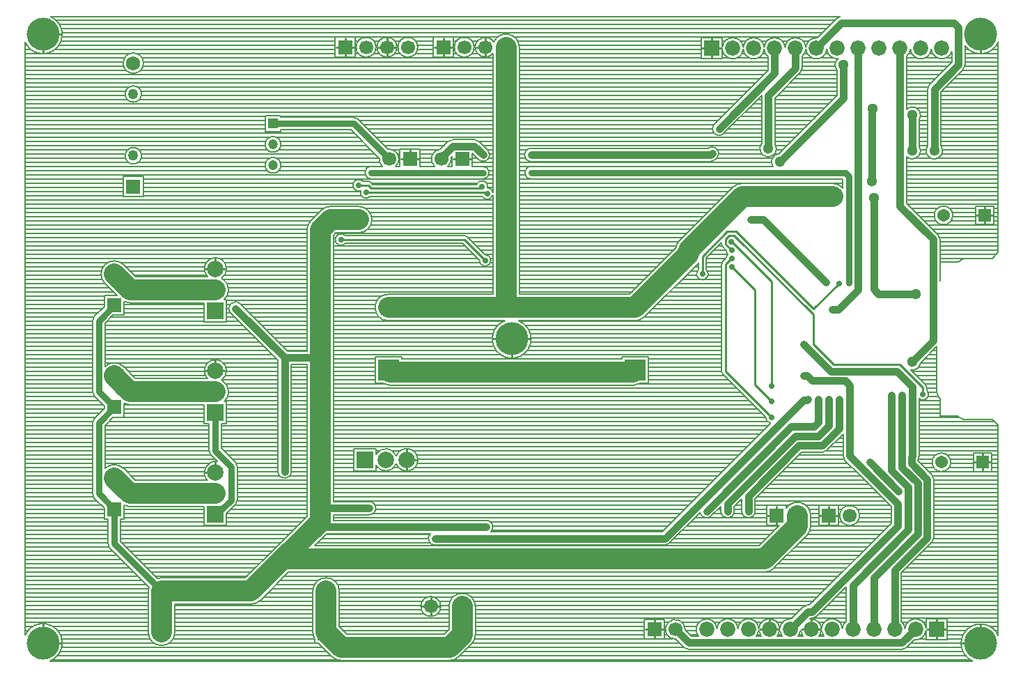
<source format=gbl>
G04*
G04 #@! TF.GenerationSoftware,Altium Limited,Altium Designer,22.7.1 (60)*
G04*
G04 Layer_Physical_Order=2*
G04 Layer_Color=16711680*
%FSLAX44Y44*%
%MOMM*%
G71*
G04*
G04 #@! TF.SameCoordinates,C135ED8F-C31E-46FA-BF74-57CE0E3476C4*
G04*
G04*
G04 #@! TF.FilePolarity,Positive*
G04*
G01*
G75*
%ADD63R,2.5000X2.5000*%
%ADD64C,2.5000*%
%ADD65C,1.5406*%
%ADD66R,1.5406X1.5406*%
%ADD67C,1.2000*%
%ADD68R,1.2000X1.2000*%
%ADD69R,1.7500X1.7500*%
%ADD70C,1.7500*%
%ADD71C,1.8400*%
%ADD72R,1.8400X1.8400*%
%ADD76R,2.0000X2.0000*%
%ADD77C,2.0000*%
%ADD78R,2.0000X2.0000*%
%ADD84C,0.2032*%
%ADD85C,0.2540*%
%ADD86C,0.9000*%
%ADD87C,2.5000*%
%ADD88C,0.8000*%
%ADD89C,1.7000*%
%ADD90R,1.7000X1.7000*%
%ADD91R,1.7000X1.7000*%
%ADD92C,4.0000*%
%ADD93C,1.3000*%
%ADD94C,0.7000*%
%ADD95C,1.2700*%
D63*
X450000Y361900D02*
D03*
X750000D02*
D03*
D64*
X450000Y438100D02*
D03*
X750000D02*
D03*
D65*
X1124981Y550000D02*
D03*
X1122441Y250000D02*
D03*
D66*
X1175019Y550000D02*
D03*
X1172479Y250000D02*
D03*
D67*
X309830Y610870D02*
D03*
Y636270D02*
D03*
D68*
Y661670D02*
D03*
D69*
X140000Y585000D02*
D03*
D70*
Y735000D02*
D03*
D71*
X1122830Y753110D02*
D03*
X1097430D02*
D03*
X1072030D02*
D03*
X1046630D02*
D03*
X1021230D02*
D03*
X995830D02*
D03*
X970430D02*
D03*
X945030D02*
D03*
X919630D02*
D03*
X894230D02*
D03*
X868830D02*
D03*
X938530Y46990D02*
D03*
X836930D02*
D03*
X862330D02*
D03*
X887730D02*
D03*
X989330D02*
D03*
X1014730D02*
D03*
X1040130D02*
D03*
X1065530D02*
D03*
X1090930D02*
D03*
X963930D02*
D03*
X913130D02*
D03*
D72*
X843430Y753110D02*
D03*
X1116330Y46990D02*
D03*
D76*
X239780Y434340D02*
D03*
Y310515D02*
D03*
Y186690D02*
D03*
X374320Y43580D02*
D03*
D77*
X239780Y459740D02*
D03*
Y485140D02*
D03*
Y335915D02*
D03*
Y361315D02*
D03*
Y212090D02*
D03*
Y237490D02*
D03*
X447040Y252980D02*
D03*
X472440D02*
D03*
X174320Y93580D02*
D03*
Y43580D02*
D03*
X374320Y93580D02*
D03*
X990600Y572770D02*
D03*
X414020Y544830D02*
D03*
D78*
X421640Y252980D02*
D03*
D84*
X1151056Y756000D02*
G03*
X1191594Y760588I18944J14000D01*
G01*
X1110130Y751916D02*
G03*
X1134944Y749114I12700J1194D01*
G01*
X1084730Y751916D02*
G03*
X1110130Y751916I12700J1194D01*
G01*
X1148697Y727094D02*
G03*
X1151056Y732790I-5696J5696D01*
G01*
X1148697Y727094D02*
G03*
X1151056Y732790I-5696J5696D01*
G01*
X1108093Y709277D02*
G03*
X1105734Y703580I5696J-5696D01*
G01*
X1108093Y709277D02*
G03*
X1105734Y703580I5696J-5696D01*
G01*
X1095176Y665811D02*
G03*
X1097176Y671830I-8056J6019D01*
G01*
X999117Y791444D02*
G03*
X995213Y789286I1793J-7854D01*
G01*
X999117Y791444D02*
G03*
X995213Y789286I1793J-7854D01*
G01*
X1080086Y743220D02*
G03*
X1084730Y751916I-8056J9890D01*
G01*
X983130D02*
G03*
X996708Y740384I12700J1194D01*
G01*
Y740384D02*
G03*
X995244Y726771I6592J-7594D01*
G01*
X971727Y765800D02*
G03*
X957730Y754304I-1297J-12690D01*
G01*
D02*
G03*
X932330Y754304I-12700J-1194D01*
G01*
D02*
G03*
X906930Y754304I-12700J-1194D01*
G01*
X957730Y751916D02*
G03*
X983130Y751916I12700J1194D01*
G01*
X952936Y743100D02*
G03*
X957730Y751916I-7906J10010D01*
G01*
X1097176Y671830D02*
G03*
X1080086Y679016I-10056J0D01*
G01*
X950576Y723283D02*
G03*
X952936Y728980I-5696J5696D01*
G01*
X950576Y723283D02*
G03*
X952936Y728980I-5696J5696D01*
G01*
X1123846Y628650D02*
G03*
X1121846Y634669I-10056J0D01*
G01*
X1105734D02*
G03*
X1123846Y628650I8056J-6019D01*
G01*
X1150400Y497556D02*
G03*
X1145057Y495343I0J-7556D01*
G01*
X1136240Y550000D02*
G03*
X1136240Y550000I-11259J0D01*
G01*
X1120576Y520936D02*
G03*
X1118216Y526632I-8056J0D01*
G01*
X1120576Y520936D02*
G03*
X1118216Y526632I-8056J0D01*
G01*
X1150400Y497556D02*
G03*
X1145051Y495337I0J-7556D01*
G01*
X1097176Y628650D02*
G03*
X1095176Y634669I-10056J0D01*
G01*
X1080086Y621464D02*
G03*
X1097176Y628650I7034J7186D01*
G01*
X921916Y631190D02*
G03*
X919916Y637209I-10056J0D01*
G01*
X903804D02*
G03*
X921916Y631190I8056J-6019D01*
G01*
X924389Y624972D02*
G03*
X917401Y609536I1441J-9952D01*
G01*
X1002634Y583399D02*
G03*
X990600Y588826I-12034J-10629D01*
G01*
X881530Y751916D02*
G03*
X906930Y751916I12700J1194D01*
G01*
Y754304D02*
G03*
X881530Y754304I-12700J-1194D01*
G01*
X856186Y751423D02*
G03*
X881530Y751916I12644J1687D01*
G01*
X906930D02*
G03*
X911574Y743220I12700J1194D01*
G01*
X881530Y754304D02*
G03*
X856186Y754797I-12700J-1194D01*
G01*
X846473Y661016D02*
G03*
X857867Y649623I5696J-5696D01*
G01*
X851716Y625220D02*
G03*
X838775Y631626I-8056J0D01*
G01*
X623570D02*
G03*
X623570Y615514I0J-8056D01*
G01*
X849357Y619524D02*
G03*
X851716Y625220I-5696J5696D01*
G01*
X842010Y615514D02*
G03*
X847707Y617873I0J8056D01*
G01*
X842010Y615514D02*
G03*
X847707Y617873I0J8056D01*
G01*
X609146Y754380D02*
G03*
X578176Y760328I-16056J0D01*
G01*
D02*
G03*
X577034Y746762I-10487J-5948D01*
G01*
X560386Y639726D02*
G03*
X554690Y642086I-5696J-5696D01*
G01*
X560386Y639726D02*
G03*
X554690Y642086I-5696J-5696D01*
G01*
X573206Y623570D02*
G03*
X570846Y629267I-8056J0D01*
G01*
X559454Y617873D02*
G03*
X573206Y623570I5696J5696D01*
G01*
X880110Y588826D02*
G03*
X868757Y584123I0J-16056D01*
G01*
X880110Y588826D02*
G03*
X868757Y584123I0J-16056D01*
G01*
X860354Y508053D02*
G03*
X862512Y502921I7056J-53D01*
G01*
X855185Y515221D02*
G03*
X856606Y511801I4826J0D01*
G01*
X862512Y502921D02*
G03*
X860443Y497876I4987J-4992D01*
G01*
X856687Y494120D02*
G03*
X855274Y490708I3413J-3413D01*
G01*
X856695Y494128D02*
G03*
X855274Y490708I3405J-3420D01*
G01*
X855185Y515221D02*
G03*
X856599Y511809I4826J0D01*
G01*
X803987Y519353D02*
G03*
X799442Y510249I11353J-11353D01*
G01*
X623570Y609536D02*
G03*
X623570Y594424I0J-7556D01*
G01*
X803987Y519353D02*
G03*
X799442Y510249I11353J-11353D01*
G01*
X838906Y478790D02*
G03*
X836676Y483937I-7056J0D01*
G01*
X827024D02*
G03*
X838906Y478790I4826J-5148D01*
G01*
X750000Y422044D02*
G03*
X761353Y426747I0J16056D01*
G01*
X750000Y422044D02*
G03*
X761353Y426747I0J16056D01*
G01*
X750000Y422044D02*
G03*
X761353Y426747I0J16056D01*
G01*
X564136Y573024D02*
G03*
X577034Y574711I6094J3556D01*
G01*
X572706Y601980D02*
G03*
X565150Y609536I-7556J0D01*
G01*
Y594424D02*
G03*
X572706Y601980I0J7556D01*
G01*
X577034Y578449D02*
G03*
X570765Y583616I-6804J-1869D01*
G01*
X570936Y585160D02*
G03*
X557319Y587756I-7056J0D01*
G01*
X570765Y583616D02*
G03*
X570936Y585160I-6885J1544D01*
G01*
X574746Y495300D02*
G03*
X567463Y502352I-7056J0D01*
G01*
X560638Y495527D02*
G03*
X574746Y495300I7052J-227D01*
G01*
X1143881Y304663D02*
G03*
X1149230Y302444I5349J5337D01*
G01*
X1143887Y304657D02*
G03*
X1149230Y302444I5343J5343D01*
G01*
X1104646Y340682D02*
G03*
X1103225Y344102I-4826J0D01*
G01*
X1104646Y340682D02*
G03*
X1103232Y344095I-4826J0D01*
G01*
X1116944Y334730D02*
G03*
X1119157Y329387I7556J0D01*
G01*
X1116944Y334730D02*
G03*
X1119163Y329381I7556J0D01*
G01*
X1106876Y332740D02*
G03*
X1104646Y337887I-7056J0D01*
G01*
X1133700Y250000D02*
G03*
X1133700Y250000I-11259J0D01*
G01*
X1113066Y229570D02*
G03*
X1110706Y235266I-8056J0D01*
G01*
X1113066Y229570D02*
G03*
X1110706Y235266I-8056J0D01*
G01*
X1085060Y362267D02*
G03*
X1097072Y370669I2060J9843D01*
G01*
X1095176Y327428D02*
G03*
X1106876Y332740I4644J5312D01*
G01*
X1094016Y253071D02*
G03*
X1095176Y257236I-6896J4165D01*
G01*
X1094016Y253071D02*
G03*
X1095176Y257236I-6896J4165D01*
G01*
X1002864Y258000D02*
G03*
X1005223Y252304I8056J0D01*
G01*
X1002864Y258000D02*
G03*
X1005223Y252304I8056J0D01*
G01*
X1021729Y235798D02*
G03*
X1022464Y234953I6431J4852D01*
G01*
X1021729Y235798D02*
G03*
X1022464Y234953I6431J4852D01*
G01*
X1110706Y152705D02*
G03*
X1113066Y158402I-5696J5696D01*
G01*
X1110706Y152705D02*
G03*
X1113066Y158402I-5696J5696D01*
G01*
X1191594Y39412D02*
G03*
X1160251Y8556I-21594J-9412D01*
G01*
X1103574Y48677D02*
G03*
X1078230Y48184I-12644J-1687D01*
G01*
X1089633Y34300D02*
G03*
X1103574Y45303I1297J12690D01*
G01*
X1074690Y22694D02*
G03*
X1080387Y25054I0J8056D01*
G01*
X1022976Y185420D02*
G03*
X1022976Y185420I-12056J0D01*
G01*
X1078230Y48184D02*
G03*
X1073586Y56880I-12700J-1194D01*
G01*
X1074690Y22694D02*
G03*
X1080387Y25054I0J8056D01*
G01*
X1006674Y56880D02*
G03*
X1002030Y48184I8056J-9890D01*
G01*
X977600Y262234D02*
G03*
X983297Y264594I0J8056D01*
G01*
X977600Y262234D02*
G03*
X983297Y264594I0J8056D01*
G01*
X908618Y305027D02*
G03*
X915030Y297773I7052J-227D01*
G01*
X958773Y161197D02*
G03*
X963476Y172550I-11353J11353D01*
G01*
Y185420D02*
G03*
X934076Y194349I-16056J0D01*
G01*
X879674Y190500D02*
G03*
X895786Y190500I8056J0D01*
G01*
X958773Y161197D02*
G03*
X963476Y172550I-11353J11353D01*
G01*
X855274Y360370D02*
G03*
X856695Y356950I4826J0D01*
G01*
X855274Y360370D02*
G03*
X856687Y356958I4826J0D01*
G01*
X623556Y400000D02*
G03*
X608304Y422044I-23556J0D01*
G01*
X591696D02*
G03*
X623556Y400000I8304J-22044D01*
G01*
X854274Y190500D02*
G03*
X870386Y190500I8056J0D01*
G01*
X829019Y188976D02*
G03*
X842626Y184804I7911J1523D01*
G01*
X747710Y343554D02*
G03*
X755974Y345844I0J16056D01*
G01*
X747710Y343554D02*
G03*
X755974Y345844I0J16056D01*
G01*
X577016Y171450D02*
G03*
X568960Y179506I-8056J0D01*
G01*
X574430Y165536D02*
G03*
X577016Y171450I-5470J5914D01*
G01*
X960120Y76636D02*
G03*
X954424Y74276I0J-8056D01*
G01*
X965200Y60524D02*
G03*
X970897Y62884I0J8056D01*
G01*
X965200Y60524D02*
G03*
X970897Y62884I0J8056D01*
G01*
X960120Y76636D02*
G03*
X954424Y74276I0J-8056D01*
G01*
X976630Y48184D02*
G03*
X962610Y59678I-12700J-1194D01*
G01*
X907585Y116659D02*
G03*
X918938Y121362I0J16056D01*
G01*
X907585Y116659D02*
G03*
X918938Y121362I0J16056D01*
G01*
X900430Y48184D02*
G03*
X875030Y48184I-12700J-1194D01*
G01*
D02*
G03*
X849630Y48184I-12700J-1194D01*
G01*
X1002030D02*
G03*
X976630Y48184I-12700J-1194D01*
G01*
X948315Y38806D02*
G03*
X951230Y45796I-9785J8184D01*
G01*
X939827Y59680D02*
G03*
X925830Y48184I-1297J-12690D01*
G01*
X951230Y45796D02*
G03*
X954145Y38806I12700J1194D01*
G01*
X976630Y45796D02*
G03*
X979545Y38806I12700J1194D01*
G01*
X973715D02*
G03*
X976630Y45796I-9785J8184D01*
G01*
X925830Y48184D02*
G03*
X900430Y48184I-12700J-1194D01*
G01*
X897515Y38806D02*
G03*
X900430Y45796I-9785J8184D01*
G01*
D02*
G03*
X903345Y38806I12700J1194D01*
G01*
X925830Y45796D02*
G03*
X928745Y38806I12700J1194D01*
G01*
X922915D02*
G03*
X925830Y45796I-9785J8184D01*
G01*
X786130Y149424D02*
G03*
X791826Y151784I0J8056D01*
G01*
X786130Y149424D02*
G03*
X791826Y151784I0J8056D01*
G01*
X555806Y74830D02*
G03*
X551806Y85434I-16056J0D01*
G01*
D02*
G03*
X550354Y86886I-12056J-10604D01*
G01*
X849630Y48184D02*
G03*
X827145Y38806I-12700J-1194D01*
G01*
X810886Y46990D02*
G03*
X799476Y34951I-12056J0D01*
G01*
X809373Y25054D02*
G03*
X815070Y22694I5696J5696D01*
G01*
X809373Y25054D02*
G03*
X815070Y22694I5696J5696D01*
G01*
X551103Y29287D02*
G03*
X555806Y40640I-11353J11353D01*
G01*
X551103Y29287D02*
G03*
X555806Y40640I-11353J11353D01*
G01*
X554346Y754380D02*
G03*
X554346Y754380I-12056J0D01*
G01*
X485766D02*
G03*
X485766Y754380I-12056J0D01*
G01*
X460366D02*
G03*
X460366Y754380I-12056J0D01*
G01*
X528334Y642086D02*
G03*
X522637Y639726I0J-8056D01*
G01*
X528334Y642086D02*
G03*
X522637Y639726I0J-8056D01*
G01*
X526406Y618490D02*
G03*
X526231Y620535I-12056J0D01*
G01*
X513421Y630510D02*
G03*
X506277Y609536I929J-12020D01*
G01*
X462906Y618490D02*
G03*
X449550Y630476I-12056J0D01*
G01*
X438864Y619790D02*
G03*
X442777Y609536I11986J-1300D01*
G01*
X434966Y754380D02*
G03*
X434966Y754380I-12056J0D01*
G01*
X413019Y667007D02*
G03*
X407670Y669226I-5349J-5337D01*
G01*
X413013Y667013D02*
G03*
X407670Y669226I-5343J-5343D01*
G01*
X522423Y609536D02*
G03*
X526406Y618490I-8073J8954D01*
G01*
X458923Y609536D02*
G03*
X462906Y618490I-8073J8954D01*
G01*
X429260Y609536D02*
G03*
X429260Y594424I0J-7556D01*
G01*
X428862Y590153D02*
G03*
X425450Y591566I-3413J-3413D01*
G01*
X428870Y590145D02*
G03*
X425450Y591566I-3420J-3405D01*
G01*
X545710Y524105D02*
G03*
X542290Y525526I-3420J-3405D01*
G01*
X545703Y524113D02*
G03*
X542290Y525526I-3413J-3413D01*
G01*
X430076Y544830D02*
G03*
X414020Y560886I-16056J0D01*
G01*
X416199Y580029D02*
G03*
X428058Y573024I6711J-2179D01*
G01*
X414020Y528774D02*
G03*
X430076Y544830I0J16056D01*
G01*
X450000Y454156D02*
G03*
X450000Y422044I0J-16056D01*
G01*
Y454156D02*
G03*
X450000Y422044I0J-16056D01*
G01*
X419168Y591566D02*
G03*
X416199Y580029I-5148J-4826D01*
G01*
X379730Y560886D02*
G03*
X368377Y556183I0J-16056D01*
G01*
X379730Y560886D02*
G03*
X368377Y556183I0J-16056D01*
G01*
X319386Y610870D02*
G03*
X319386Y610870I-9556J0D01*
G01*
Y636270D02*
G03*
X319386Y636270I-9556J0D01*
G01*
X355677Y543483D02*
G03*
X350974Y532130I11353J-11353D01*
G01*
X152306Y735000D02*
G03*
X152306Y735000I-12306J0D01*
G01*
X149906Y697500D02*
G03*
X149906Y697500I-9906J0D01*
G01*
Y622500D02*
G03*
X149906Y622500I-9906J0D01*
G01*
X397578Y525526D02*
G03*
X397578Y515874I-5148J-4826D01*
G01*
X355677Y543483D02*
G03*
X350974Y532130I11353J-11353D01*
G01*
X247354Y473897D02*
G03*
X253336Y485140I-7574J11243D01*
G01*
D02*
G03*
X229959Y475796I-13556J0D01*
G01*
X128193Y490143D02*
G03*
X105487Y467437I-11353J-11353D01*
G01*
X142706Y475796D02*
G03*
X141453Y476884I-11137J-11566D01*
G01*
X142706Y475796D02*
G03*
X141453Y476884I-11137J-11566D01*
G01*
X53556Y770000D02*
G03*
X39749Y791444I-23556J0D01*
G01*
X8556Y760251D02*
G03*
X53556Y770000I21444J9749D01*
G01*
X269856Y442576D02*
G03*
X258463Y431184I-5696J-5696D01*
G01*
X255836Y459740D02*
G03*
X247354Y473897I-16056J0D01*
G01*
X250620Y447896D02*
G03*
X255836Y459740I-10840J11844D01*
G01*
X128896Y445371D02*
G03*
X136060Y443684I7164J14369D01*
G01*
X128896Y445371D02*
G03*
X136060Y443684I7164J14369D01*
G01*
X92463Y426999D02*
G03*
X90244Y421650I5337J-5349D01*
G01*
X92457Y426993D02*
G03*
X90244Y421650I5343J-5343D01*
G01*
X128193Y366318D02*
G03*
X105356Y366186I-11353J-11353D01*
G01*
X444026Y345844D02*
G03*
X452290Y343554I8264J13766D01*
G01*
X444026Y345844D02*
G03*
X452290Y343554I8264J13766D01*
G01*
X459740Y257721D02*
G03*
X435196Y259574I-12700J-4741D01*
G01*
X485996Y252980D02*
G03*
X459740Y257721I-13556J0D01*
G01*
Y248239D02*
G03*
X485996Y252980I12700J4741D01*
G01*
X435196Y246386D02*
G03*
X459740Y248239I11844J6594D01*
G01*
X434776Y194310D02*
G03*
X426720Y202366I-8056J0D01*
G01*
X315794Y238760D02*
G03*
X331906Y238760I8056J0D01*
G01*
X550354Y86886D02*
G03*
X529146Y86886I-10604J-12056D01*
G01*
D02*
G03*
X527694Y85434I10604J-12056D01*
G01*
X501260Y163394D02*
G03*
X506730Y149424I5470J-5914D01*
G01*
X426720Y186254D02*
G03*
X434776Y194310I0J8056D01*
G01*
X527694Y85434D02*
G03*
X523694Y74830I12056J-10604D01*
G01*
X524510Y9344D02*
G03*
X535863Y14047I0J16056D01*
G01*
X524510Y9344D02*
G03*
X535863Y14047I0J16056D01*
G01*
X513706Y74830D02*
G03*
X513706Y74830I-12056J0D01*
G01*
X390376Y93580D02*
G03*
X358264Y93580I-16056J0D01*
G01*
Y43580D02*
G03*
X360764Y34976I16056J0D01*
G01*
X358264Y43580D02*
G03*
X360764Y34976I16056J0D01*
G01*
X381147Y14047D02*
G03*
X392500Y9344I11353J11353D01*
G01*
X381147Y14047D02*
G03*
X392500Y9344I11353J11353D01*
G01*
X250620Y324071D02*
G03*
X255836Y335915I-10840J11844D01*
G01*
X247354Y350072D02*
G03*
X253336Y361315I-7574J11243D01*
G01*
D02*
G03*
X229959Y351971I-13556J0D01*
G01*
X255836Y335915D02*
G03*
X247354Y350072I-16056J0D01*
G01*
X142706Y351971D02*
G03*
X141453Y353059I-11137J-11566D01*
G01*
X142706Y351971D02*
G03*
X141453Y353059I-11137J-11566D01*
G01*
X128896Y321546D02*
G03*
X136060Y319859I7164J14369D01*
G01*
X128896Y321546D02*
G03*
X136060Y319859I7164J14369D01*
G01*
X232224Y263879D02*
G03*
X234437Y258536I7556J0D01*
G01*
X232224Y263879D02*
G03*
X234443Y258531I7556J0D01*
G01*
X266376Y244839D02*
G03*
X264163Y250182I-7556J0D01*
G01*
X266376Y244839D02*
G03*
X264157Y250188I-7556J0D01*
G01*
X242133Y250840D02*
G03*
X229959Y228146I-2353J-13350D01*
G01*
X90244Y335905D02*
G03*
X92457Y330562I7556J0D01*
G01*
X90244Y335905D02*
G03*
X92463Y330556I7556J0D01*
G01*
Y303174D02*
G03*
X90244Y297825I5337J-5349D01*
G01*
X92457Y303168D02*
G03*
X90244Y297825I5343J-5343D01*
G01*
X128193Y242493D02*
G03*
X105356Y242361I-11353J-11353D01*
G01*
X264157Y198855D02*
G03*
X266376Y204203I-5337J5349D01*
G01*
X264163Y198860D02*
G03*
X266376Y204203I-5343J5343D01*
G01*
X142706Y228146D02*
G03*
X141453Y229234I-11137J-11566D01*
G01*
X142706Y228146D02*
G03*
X141453Y229234I-11137J-11566D01*
G01*
X128896Y197721D02*
G03*
X136060Y196034I7164J14369D01*
G01*
X128896Y197721D02*
G03*
X136060Y196034I7164J14369D01*
G01*
X282810Y77524D02*
G03*
X294163Y82227I0J16056D01*
G01*
X282810Y77524D02*
G03*
X294163Y82227I0J16056D01*
G01*
X174320Y109636D02*
G03*
X169645Y108940I0J-16056D01*
G01*
X109284Y151060D02*
G03*
X111497Y145717I7556J0D01*
G01*
X109284Y151060D02*
G03*
X111503Y145711I7556J0D01*
G01*
X174320Y109636D02*
G03*
X169645Y108940I0J-16056D01*
G01*
X158264Y43580D02*
G03*
X190376Y43580I16056J0D01*
G01*
X158960Y98255D02*
G03*
X158264Y93580I15360J-4675D01*
G01*
X158960Y98255D02*
G03*
X158264Y93580I15360J-4675D01*
G01*
X90244Y212080D02*
G03*
X92463Y206731I7556J0D01*
G01*
X90244Y212080D02*
G03*
X92457Y206737I7556J0D01*
G01*
X38615Y8556D02*
G03*
X53556Y30480I-8615J21924D01*
G01*
D02*
G03*
X8556Y40229I-23556J0D01*
G01*
X1185004Y751840D02*
X1191594D01*
X1189591Y756920D02*
X1191594D01*
X1173846Y746760D02*
X1191594D01*
X1151056D02*
X1166155D01*
X1151056Y751840D02*
X1154997D01*
X1151056Y736600D02*
X1191594D01*
X1151056Y741680D02*
X1191594D01*
X1150955Y731520D02*
X1191594D01*
X1142963Y721360D02*
X1191594D01*
X1148043Y726440D02*
X1191594D01*
X1137883Y716280D02*
X1191594D01*
X1133893Y746760D02*
X1134944D01*
X1151056Y732790D02*
Y756000D01*
X1134944Y736127D02*
Y749114D01*
X1108493Y746760D02*
X1111767D01*
X1083093D02*
X1086367D01*
X1128493Y741680D02*
X1134944D01*
X1080086Y726440D02*
X1125257D01*
X1103093Y741680D02*
X1117167D01*
X1080086Y721360D02*
X1120177D01*
X1127723Y706120D02*
X1191594D01*
X1132803Y711200D02*
X1191594D01*
Y505050D02*
Y760588D01*
X1122643Y701040D02*
X1191594D01*
X1121846Y700243D02*
X1148697Y727094D01*
X1108093Y709277D02*
X1134944Y736127D01*
X1121846Y695960D02*
X1191594D01*
X1121846Y670560D02*
X1191594D01*
X1121846Y675640D02*
X1191594D01*
X1121846Y665480D02*
X1191594D01*
X1121846Y685800D02*
X1191594D01*
X1121846Y690880D02*
X1191594D01*
X1121846Y680720D02*
X1191594D01*
X1105734Y634669D02*
Y703580D01*
X1080086Y716280D02*
X1115097D01*
X1080086Y711200D02*
X1110017D01*
X1080086Y706120D02*
X1106145D01*
X1097095Y670560D02*
X1105734D01*
X1096426Y675640D02*
X1105734D01*
X1121846Y634669D02*
Y700243D01*
X1091820Y680720D02*
X1105734D01*
X1095176Y634669D02*
Y665811D01*
X971727Y765800D02*
X995213Y789286D01*
X981493Y746760D02*
X984767D01*
X976093Y741680D02*
X990167D01*
X1080086Y736600D02*
X1134944D01*
X1080086Y741680D02*
X1091767D01*
X1080086Y731520D02*
X1130337D01*
X952936Y736600D02*
X993994D01*
X952936Y731520D02*
X993325D01*
X954178Y762000D02*
X961282D01*
X931804Y756920D02*
X932856D01*
X602914Y767080D02*
X973007D01*
X928778Y762000D02*
X935882D01*
X956093Y746760D02*
X959367D01*
X957204Y756920D02*
X958256D01*
X952936Y741680D02*
X964767D01*
X952936Y728980D02*
Y743100D01*
X1080086Y701040D02*
X1105734D01*
X938493Y711200D02*
X995244D01*
X1080086Y679016D02*
Y743220D01*
X995244Y695827D02*
Y726771D01*
X928333Y701040D02*
X995244D01*
X933413Y706120D02*
X995244D01*
X923253Y695960D02*
X995244D01*
X1080086Y685800D02*
X1105734D01*
X1080086Y680720D02*
X1082420D01*
X1080086Y690880D02*
X1105734D01*
X1080086Y695960D02*
X1105734D01*
X924389Y624972D02*
X995244Y695827D01*
X952525Y726440D02*
X995244D01*
X943573Y716280D02*
X995244D01*
X948653Y721360D02*
X995244D01*
X919916Y692623D02*
X950576Y723283D01*
X919916Y680720D02*
X980137D01*
X919916Y675640D02*
X975057D01*
X919916Y670560D02*
X969977D01*
X919916Y690880D02*
X990297D01*
X919916Y685800D02*
X985217D01*
X919916Y637209D02*
Y692623D01*
X1121846Y640080D02*
X1191594D01*
X1121846Y645160D02*
X1191594D01*
X1123765Y629920D02*
X1191594D01*
X1121846Y635000D02*
X1191594D01*
X1121846Y655320D02*
X1191594D01*
X1121846Y660400D02*
X1191594D01*
X1121846Y650240D02*
X1191594D01*
X1186278Y548640D02*
X1191594D01*
X1186278Y553720D02*
X1191594D01*
X1186278Y543560D02*
X1191594D01*
X1118490Y619760D02*
X1191594D01*
X1123096Y624840D02*
X1191594D01*
X1186278Y558800D02*
X1191594D01*
X1163760Y561259D02*
X1186278D01*
X1132004Y558800D02*
X1163760D01*
X1135608Y553720D02*
X1163760D01*
X1097095Y629920D02*
X1103814D01*
X1136158Y548640D02*
X1163760D01*
X1101289Y543560D02*
X1115746D01*
X1134216D02*
X1163760D01*
X1186278Y538741D02*
Y561259D01*
X1163760Y538741D02*
X1186278D01*
X1120576Y518160D02*
X1191594D01*
X1120239Y523240D02*
X1191594D01*
X1111449Y533400D02*
X1191594D01*
X1106369Y538480D02*
X1191594D01*
X1116529Y528320D02*
X1191594D01*
X1120576Y497840D02*
X1184384D01*
X1150400Y497556D02*
X1184100D01*
X1191594Y505050D01*
X1120576Y508000D02*
X1191594D01*
X1120576Y513080D02*
X1191594D01*
X1120576Y502920D02*
X1189464D01*
X1163760Y538741D02*
Y561259D01*
X1120576Y470862D02*
Y520936D01*
X1120944Y493556D02*
X1143270D01*
X1145051Y495337D01*
X1120944Y493556D02*
X1143270D01*
X1120944Y471230D02*
Y493556D01*
Y471230D02*
Y493556D01*
X1095176Y650240D02*
X1105734D01*
X1095176Y655320D02*
X1105734D01*
X1095176Y640080D02*
X1105734D01*
X1095176Y645160D02*
X1105734D01*
X1095176Y665480D02*
X1105734D01*
X919916D02*
X964897D01*
X1095176Y660400D02*
X1105734D01*
X1095176Y635000D02*
X1105734D01*
X1096426Y624840D02*
X1104484D01*
X1091820Y619760D02*
X1109090D01*
X1080086D02*
X1082420D01*
X919916Y645160D02*
X944577D01*
X919916Y640080D02*
X939497D01*
X919916Y660400D02*
X959817D01*
X919916Y655320D02*
X954737D01*
X919916Y650240D02*
X949657D01*
X921166Y635000D02*
X934417D01*
X921835Y629920D02*
X929337D01*
X919658Y624840D02*
X923664D01*
X849584Y619760D02*
X916961D01*
X609146Y614680D02*
X915780D01*
X1080086Y594360D02*
X1191594D01*
X1080086Y599440D02*
X1191594D01*
X1080086Y584200D02*
X1191594D01*
X1080086Y589280D02*
X1191594D01*
X1080086Y609600D02*
X1191594D01*
X1080086Y614680D02*
X1191594D01*
X1080086Y604520D02*
X1191594D01*
X1080969Y563880D02*
X1191594D01*
X1086049Y558800D02*
X1117958D01*
X1080086Y564763D02*
X1118216Y526632D01*
X1080086Y574040D02*
X1191594D01*
X1080086Y579120D02*
X1191594D01*
X1080086Y568960D02*
X1191594D01*
X623570Y594424D02*
X1002374D01*
X1080086Y564763D02*
Y621464D01*
X623570Y609536D02*
X917401D01*
X609146Y609600D02*
X917360D01*
X609146Y594360D02*
X1002438D01*
X1091129Y553720D02*
X1114354D01*
X1002634Y583399D02*
Y594164D01*
X1096209Y548640D02*
X1113804D01*
X609146Y589280D02*
X1002634D01*
X880110Y588826D02*
X990600D01*
X903378Y762000D02*
X910482D01*
X906404Y756920D02*
X907456D01*
X877978Y762000D02*
X885082D01*
X881004Y756920D02*
X882056D01*
X905293Y746760D02*
X908567D01*
X911574Y726117D02*
Y743220D01*
X874493Y741680D02*
X888567D01*
X879893Y746760D02*
X883167D01*
X899893Y741680D02*
X911574D01*
X856186Y762000D02*
X859682D01*
X856186Y754797D02*
Y765866D01*
X830674D02*
X856186D01*
X830674Y740354D02*
Y765866D01*
X856186Y741680D02*
X863167D01*
X856186Y746760D02*
X857767D01*
X856186Y740354D02*
Y751423D01*
X830674Y740354D02*
X856186D01*
X888963Y680720D02*
X903804D01*
X894043Y685800D02*
X903804D01*
Y637209D02*
Y695561D01*
X883883Y675640D02*
X903804D01*
X846473Y661016D02*
X911574Y726117D01*
X878803Y670560D02*
X903804D01*
X857867Y649623D02*
X903804Y695561D01*
X868643Y660400D02*
X903804D01*
X873723Y665480D02*
X903804D01*
X863563Y655320D02*
X903804D01*
X609146Y645160D02*
X903804D01*
X858483Y650240D02*
X903804D01*
X851707Y624840D02*
X904062D01*
X899123Y690880D02*
X903804D01*
X609146Y716280D02*
X901737D01*
X623570Y631626D02*
X838775D01*
X850203Y629920D02*
X901885D01*
X847707Y617873D02*
X849357Y619524D01*
X609146Y624840D02*
X615615D01*
X609146Y726440D02*
X911574D01*
X609146Y731520D02*
X911574D01*
X609146Y721360D02*
X906817D01*
X609146Y711200D02*
X896657D01*
X609146Y741680D02*
X830674D01*
X609146Y746760D02*
X830674D01*
X609146Y736600D02*
X911574D01*
X609146Y690880D02*
X876337D01*
X609146Y685800D02*
X871257D01*
X609146Y680720D02*
X866177D01*
X609146Y706120D02*
X891577D01*
X609146Y701040D02*
X886497D01*
X609146Y695960D02*
X881417D01*
X607223Y762000D02*
X830674D01*
X577033D02*
X578957D01*
X551632D02*
X558348D01*
X554075Y756920D02*
X555905D01*
X609146Y751840D02*
X830674D01*
X608944Y756920D02*
X830674D01*
X554075Y751840D02*
X555905D01*
X551632Y746760D02*
X558348D01*
X609146Y670560D02*
X856017D01*
X609146Y665480D02*
X850937D01*
X609146Y660400D02*
X845918D01*
X609146Y655320D02*
X844114D01*
X609146Y675640D02*
X861097D01*
X577034Y578449D02*
Y746762D01*
X609146Y454156D02*
Y754380D01*
Y635000D02*
X902554D01*
X609146Y629920D02*
X618613D01*
X609146Y619760D02*
X616472D01*
X609146Y640080D02*
X903804D01*
X609146Y650240D02*
X845918D01*
X572248Y619760D02*
X577034D01*
X570193Y629920D02*
X577034D01*
X565113Y635000D02*
X577034D01*
X560386Y639726D02*
X570846Y629267D01*
X560009Y640080D02*
X577034D01*
X573105Y624840D02*
X577034D01*
X551806Y625521D02*
X559454Y617873D01*
X551806Y619760D02*
X557567D01*
X551806Y609536D02*
Y625521D01*
X856606Y511801D02*
X860354Y508053D01*
X803987Y519353D02*
X868757Y584123D01*
X846375Y508000D02*
X860354D01*
X856695Y494128D02*
X860443Y497876D01*
X841295Y502920D02*
X862511D01*
X836676Y497840D02*
X860407D01*
X855185Y515221D02*
Y516810D01*
X836676Y498301D02*
X855185Y516810D01*
X623570Y615514D02*
X842010D01*
X836676Y492760D02*
X855732D01*
X851455Y513080D02*
X855686D01*
X836676Y487680D02*
X855274D01*
X822287D02*
X827024D01*
X609146Y497840D02*
X787033D01*
X827024Y483937D02*
Y492427D01*
X838791Y477520D02*
X855274D01*
X837789Y482600D02*
X855274D01*
X801967Y467360D02*
X855274D01*
X834927Y472440D02*
X855274D01*
X791807Y457200D02*
X855274D01*
X796887Y462280D02*
X855274D01*
X786727Y452120D02*
X855274D01*
X776567Y441960D02*
X855274D01*
X781647Y447040D02*
X855274D01*
X771487Y436880D02*
X855274D01*
X761327Y426720D02*
X855274D01*
X766407Y431800D02*
X855274D01*
X609306Y421640D02*
X855274D01*
X836676Y483937D02*
Y498301D01*
X817207Y482600D02*
X825911D01*
X743349Y454156D02*
X799442Y510249D01*
X761353Y426747D02*
X826693Y492087D01*
X807047Y472440D02*
X828773D01*
X812127Y477520D02*
X824909D01*
X609146Y454156D02*
X743349D01*
X609146Y584200D02*
X868834D01*
X609146Y579120D02*
X863753D01*
X609146Y574040D02*
X858673D01*
X609146Y568960D02*
X853593D01*
X609146Y599440D02*
X616454D01*
X609146Y604520D02*
X616454D01*
X609146Y548640D02*
X833273D01*
X609146Y543560D02*
X828193D01*
X609146Y538480D02*
X823113D01*
X609146Y563880D02*
X848513D01*
X609146Y558800D02*
X843433D01*
X609146Y553720D02*
X838353D01*
X572266Y604520D02*
X577034D01*
X551806Y609600D02*
X577034D01*
X551806Y614680D02*
X577034D01*
X551806Y609536D02*
X565150D01*
X570870Y584200D02*
X577034D01*
X572266Y599440D02*
X577034D01*
X569608Y589280D02*
X577034D01*
X609146Y518160D02*
X802907D01*
X609146Y513080D02*
X800109D01*
X609146Y508000D02*
X797193D01*
X609146Y502920D02*
X792113D01*
X609146Y533400D02*
X818033D01*
X609146Y528320D02*
X812953D01*
X609146Y523240D02*
X807873D01*
X609146Y477520D02*
X766713D01*
X609146Y472440D02*
X761633D01*
X609146Y467360D02*
X756553D01*
X609146Y492760D02*
X781953D01*
X609146Y487680D02*
X776873D01*
X609146Y482600D02*
X771793D01*
X566895Y502920D02*
X577034D01*
Y454156D02*
Y574711D01*
X556735Y513080D02*
X577034D01*
X551655Y518160D02*
X577034D01*
X561815Y508000D02*
X577034D01*
X609146Y462280D02*
X751473D01*
X609146Y457200D02*
X746393D01*
X608304Y422044D02*
X750000D01*
X574273Y492760D02*
X577034D01*
X574273Y497840D02*
X577034D01*
X1120944Y306444D02*
X1142100D01*
X1120944D02*
X1142100D01*
X1143881Y304663D01*
X1120944Y306444D02*
Y327600D01*
X1119163Y329381D02*
X1120944Y327600D01*
Y306444D02*
Y327600D01*
X1184200Y302444D02*
X1191594Y295050D01*
X1161220Y261259D02*
X1183738D01*
Y259080D02*
X1191594D01*
X1149230Y302444D02*
X1184200D01*
X1129098Y259080D02*
X1161220D01*
X1107403Y381000D02*
X1116944D01*
X1112483Y386080D02*
X1116944D01*
Y334730D02*
Y390541D01*
X1104646Y337887D02*
Y340682D01*
X1102323Y375920D02*
X1116944D01*
X1106403Y330200D02*
X1118453D01*
X1106403Y335280D02*
X1116944D01*
X1104646Y340360D02*
X1116944D01*
X1183738Y248920D02*
X1191594D01*
X1183738Y254000D02*
X1191594D01*
Y39412D02*
Y295050D01*
X1183738Y243840D02*
X1191594D01*
X1183738Y238741D02*
Y261259D01*
Y238760D02*
X1191594D01*
X1161220Y238741D02*
X1183738D01*
X1113066Y218440D02*
X1191594D01*
X1113066Y228600D02*
X1191594D01*
X1111939Y233680D02*
X1191594D01*
X1113066Y223520D02*
X1191594D01*
X1161220Y238741D02*
Y261259D01*
X1133648Y248920D02*
X1161220D01*
X1132965Y254000D02*
X1161220D01*
X1123095Y238760D02*
X1161220D01*
X1131865Y243840D02*
X1161220D01*
X1113066Y158402D02*
Y229570D01*
X1107213Y238760D02*
X1121787D01*
X1095176Y304800D02*
X1143744D01*
X1095176Y309880D02*
X1120944D01*
X1095176Y294640D02*
X1191594D01*
X1095176Y299720D02*
X1186924D01*
X1095176Y320040D02*
X1120944D01*
X1095176Y325120D02*
X1120944D01*
X1095176Y314960D02*
X1120944D01*
X1095176Y269240D02*
X1191594D01*
X1095176Y274320D02*
X1191594D01*
X1095176Y264160D02*
X1191594D01*
X1095176Y284480D02*
X1191594D01*
X1095176Y289560D02*
X1191594D01*
X1095176Y279400D02*
X1191594D01*
X1097072Y370669D02*
X1116944Y390541D01*
X1097243Y370840D02*
X1116944D01*
X1091727Y355600D02*
X1116944D01*
X1094918Y365760D02*
X1116944D01*
X1086647Y360680D02*
X1116944D01*
X1085060Y362267D02*
X1103225Y344102D01*
X1101887Y345440D02*
X1116944D01*
X1096807Y350520D02*
X1116944D01*
X987943Y269240D02*
X1002864D01*
X993023Y274320D02*
X1002864D01*
X983297Y264594D02*
X1002864Y284161D01*
X1095176Y259080D02*
X1115784D01*
X1095176Y257236D02*
Y327428D01*
X1094498Y254000D02*
X1111917D01*
X1094016Y251957D02*
X1110706Y235266D01*
X1094016Y251957D02*
Y253071D01*
X1102133Y243840D02*
X1113017D01*
X1097053Y248920D02*
X1111234D01*
X1022464Y234953D02*
X1061284Y196133D01*
X908903Y218440D02*
X1038977D01*
X913983Y223520D02*
X1033897D01*
X903823Y213360D02*
X1044057D01*
X1005223Y252304D02*
X1021729Y235798D01*
X944463Y254000D02*
X1003927D01*
X982827Y264160D02*
X1002864D01*
X939383Y248920D02*
X1008607D01*
X934303Y243840D02*
X1013687D01*
X924143Y233680D02*
X1023737D01*
X929223Y238760D02*
X1018767D01*
X919063Y228600D02*
X1028817D01*
X1113066Y167640D02*
X1191594D01*
X1113066Y172720D02*
X1191594D01*
X1113013Y157480D02*
X1191594D01*
X1113066Y162560D02*
X1191594D01*
X1105321Y147320D02*
X1191594D01*
X1110401Y152400D02*
X1191594D01*
X1100241Y142240D02*
X1191594D01*
X1090081Y132080D02*
X1191594D01*
X1095161Y137160D02*
X1191594D01*
X1129086Y55880D02*
X1191594D01*
X1079921Y121920D02*
X1191594D01*
X1085001Y127000D02*
X1191594D01*
X1074841Y116840D02*
X1191594D01*
X1113066Y193040D02*
X1191594D01*
X1113066Y198120D02*
X1191594D01*
X1113066Y182880D02*
X1191594D01*
X1113066Y187960D02*
X1191594D01*
X1113066Y208280D02*
X1191594D01*
X1113066Y213360D02*
X1191594D01*
X1113066Y203200D02*
X1191594D01*
X1113066Y177800D02*
X1191594D01*
X1103574Y59746D02*
X1129086D01*
X1100078Y55880D02*
X1103574D01*
X1077704Y50800D02*
X1078756D01*
X1187543Y45720D02*
X1191594D01*
X1181057Y50800D02*
X1191594D01*
X1129086D02*
X1158944D01*
X1129086Y45720D02*
X1152457D01*
X1129086Y34234D02*
Y59746D01*
Y40640D02*
X1148984D01*
X1129086Y35560D02*
X1147110D01*
X1085813Y30480D02*
X1146449D01*
X1103574Y34234D02*
X1129086D01*
X1080733Y25400D02*
X1146898D01*
X1103574Y48677D02*
Y59746D01*
X1096593Y35560D02*
X1103574D01*
X1101993Y40640D02*
X1103574D01*
Y34234D02*
Y45303D01*
X1080387Y25054D02*
X1089633Y34300D01*
X1022705Y182880D02*
X1061284D01*
X1022705Y187960D02*
X1061284D01*
Y176057D02*
Y196133D01*
X1020263Y177800D02*
X1061284D01*
X957244Y198120D02*
X1059297D01*
X895786Y203200D02*
X1054217D01*
X1020263Y193040D02*
X1061284D01*
X1073586Y101600D02*
X1191594D01*
X1073586Y106680D02*
X1191594D01*
X1073586Y96520D02*
X1191594D01*
X1073586Y115585D02*
X1110706Y152705D01*
X963476Y172720D02*
X1057947D01*
X1073586Y111760D02*
X1191594D01*
X962707Y167640D02*
X1052867D01*
X959989Y162560D02*
X1047787D01*
X898743Y208280D02*
X1049137D01*
X955056Y157480D02*
X1042707D01*
X949976Y152400D02*
X1037627D01*
X944896Y147320D02*
X1032547D01*
X939816Y142240D02*
X1027467D01*
X934736Y137160D02*
X1022387D01*
X929656Y132080D02*
X1017307D01*
X924576Y127000D02*
X1012227D01*
X919496Y121920D02*
X1007147D01*
X1073586Y81280D02*
X1191594D01*
X1073586Y86360D02*
X1191594D01*
X1073586Y71120D02*
X1191594D01*
X1073586Y76200D02*
X1191594D01*
X1073586Y91440D02*
X1191594D01*
X961863Y76636D02*
X1061284Y176057D01*
X1073586Y56880D02*
Y115585D01*
X1074678Y55880D02*
X1081782D01*
X1073586Y60960D02*
X1191594D01*
X1073586Y66040D02*
X1191594D01*
X815070Y22694D02*
X1074690D01*
X999453Y91440D02*
X1006674D01*
X1004533Y96520D02*
X1006674D01*
Y56880D02*
Y98661D01*
X989293Y81280D02*
X1006674D01*
X994373Y86360D02*
X1006674D01*
X970897Y62884D02*
X1006674Y98661D01*
X984213Y76200D02*
X1006674D01*
X998478Y55880D02*
X1005582D01*
X974053Y66040D02*
X1006674D01*
X979133Y71120D02*
X1006674D01*
X967814Y60960D02*
X1006674D01*
X998103Y279400D02*
X1002864D01*
Y258000D02*
Y284161D01*
X949543Y259080D02*
X1002864D01*
X952697Y262234D02*
X977600D01*
X895786Y205323D02*
X952697Y262234D01*
X997576Y193040D02*
X1001578D01*
X973464Y197476D02*
X997576D01*
X963274Y187960D02*
X973464D01*
X895786Y198120D02*
X937596D01*
X934076Y194349D02*
Y197476D01*
X961553Y193040D02*
X973464D01*
X877343Y203200D02*
X879674D01*
X895786Y190500D02*
Y205323D01*
X879674Y190500D02*
Y205531D01*
X856695Y356950D02*
X908618Y305027D01*
X872263Y198120D02*
X879674D01*
X870386Y196243D02*
X879674Y205531D01*
X909964Y197476D02*
X934076D01*
X895786Y193040D02*
X909964D01*
X895375Y187960D02*
X909964D01*
X870386Y193040D02*
X879674D01*
X870386Y190500D02*
Y196243D01*
X869975Y187960D02*
X880085D01*
X997576D02*
X999135D01*
X997576Y173364D02*
Y197476D01*
X973464Y173364D02*
Y197476D01*
X997576Y177800D02*
X1001578D01*
X997576Y182880D02*
X999135D01*
X973464Y173364D02*
X997576D01*
X963476Y177800D02*
X973464D01*
X963476Y182880D02*
X973464D01*
X909964Y173364D02*
Y197476D01*
X963476Y172550D02*
Y185420D01*
X909964Y173364D02*
X925527D01*
X890344Y182880D02*
X909964D01*
X864944D02*
X885116D01*
X900934Y148771D02*
X925527Y173364D01*
X623254Y396240D02*
X855274D01*
X623519Y401320D02*
X855274D01*
Y360370D02*
Y490708D01*
X766056Y375920D02*
X855274D01*
X619003Y386080D02*
X855274D01*
X621834Y391160D02*
X855274D01*
X613924Y381000D02*
X855274D01*
X766056Y355600D02*
X858045D01*
X766056Y365760D02*
X855274D01*
X766056Y370840D02*
X855274D01*
X766056Y360680D02*
X855274D01*
X620569Y411480D02*
X855274D01*
X616753Y416560D02*
X855274D01*
X622670Y406400D02*
X855274D01*
X750000Y377956D02*
X766056D01*
X733944D02*
X750000D01*
X766056Y361900D02*
Y377956D01*
X733944Y375666D02*
Y377956D01*
X854274Y190500D02*
Y196451D01*
X850863Y193040D02*
X854274D01*
X842626Y184804D02*
X854274Y196451D01*
X755260Y345440D02*
X868205D01*
X766056Y350520D02*
X863125D01*
X782793Y165536D02*
X915030Y297773D01*
X839544Y182880D02*
X859716D01*
X845783Y187960D02*
X854685D01*
X812763Y172720D02*
X924883D01*
X817843Y177800D02*
X909964D01*
X807683Y167640D02*
X919803D01*
X828003Y187960D02*
X829285D01*
X766056Y345844D02*
Y361900D01*
X791826Y151784D02*
X829019Y188976D01*
X755974Y345844D02*
X766056D01*
X822923Y182880D02*
X834316D01*
X576915Y172720D02*
X789977D01*
X576058Y167640D02*
X784897D01*
X573918Y177800D02*
X795057D01*
X960120Y76636D02*
X961863D01*
X909989Y116840D02*
X1002067D01*
X918938Y121362D02*
X958773Y161197D01*
X973078Y55880D02*
X980182D01*
X976104Y50800D02*
X977156D01*
X1001504D02*
X1002556D01*
X963457Y60524D02*
X965200D01*
X962610Y59678D02*
X963457Y60524D01*
X939827Y59680D02*
X954424Y74276D01*
X871478Y55880D02*
X878582D01*
X846078D02*
X853182D01*
X922278D02*
X929382D01*
X899904Y50800D02*
X900956D01*
X925304D02*
X926356D01*
X896878Y55880D02*
X903982D01*
X849104Y50800D02*
X850156D01*
X874504D02*
X875556D01*
X973715Y38806D02*
X979545D01*
X974993Y40640D02*
X978267D01*
X948315Y38806D02*
X954145D01*
X949593Y40640D02*
X952867D01*
X922915Y38806D02*
X928745D01*
X924193Y40640D02*
X927467D01*
X897515Y38806D02*
X903345D01*
X898793Y40640D02*
X902067D01*
X802603Y162560D02*
X914723D01*
X797523Y157480D02*
X909643D01*
X792443Y152400D02*
X904563D01*
X551806Y86360D02*
X971587D01*
X554454Y81280D02*
X966507D01*
X555806Y60960D02*
X941107D01*
X806973Y55880D02*
X827782D01*
X810268Y50800D02*
X824756D01*
X555747Y76200D02*
X957506D01*
X555806Y71120D02*
X951267D01*
X555806Y66040D02*
X946187D01*
X574430Y165536D02*
X782793D01*
X551806Y85434D02*
Y86886D01*
X550924Y86360D02*
X551806D01*
X550354Y86886D02*
X551806D01*
X785486Y55880D02*
X790687D01*
X785486Y50800D02*
X787392D01*
X761374Y59046D02*
X785486D01*
X555806Y55880D02*
X761374D01*
X555806Y50800D02*
X761374D01*
X816573Y40640D02*
X825867D01*
X811493Y45720D02*
X824237D01*
X810869Y46344D02*
X818407Y38806D01*
X785486Y40640D02*
X788582D01*
X785486Y45720D02*
X786841D01*
X818407Y38806D02*
X827145D01*
X552183Y30480D02*
X803947D01*
X785486Y35560D02*
X794996D01*
X799476Y34951D02*
X809373Y25054D01*
X785486Y34934D02*
Y59046D01*
X555806Y40640D02*
Y74830D01*
X761374Y34934D02*
Y59046D01*
X555806Y40640D02*
X761374D01*
X555806Y45720D02*
X761374D01*
Y34934D02*
X785486D01*
X554981Y35560D02*
X761374D01*
X528946Y762000D02*
X532948D01*
X528946Y756920D02*
X530505D01*
X504834Y766436D02*
X528946D01*
X485495Y756920D02*
X504834D01*
X528946Y751840D02*
X530505D01*
X528946Y746760D02*
X532948D01*
X483052D02*
X504834D01*
X485495Y751840D02*
X504834D01*
X483052Y762000D02*
X504834D01*
X457653D02*
X464367D01*
X460095Y756920D02*
X461925D01*
X434695D02*
X436525D01*
X460095Y751840D02*
X461925D01*
X457653Y746760D02*
X464367D01*
X434695Y751840D02*
X436525D01*
X528334Y642086D02*
X554690D01*
X528946Y742324D02*
Y766436D01*
X434866Y645160D02*
X577034D01*
X504834Y742324D02*
X528946D01*
X439946Y640080D02*
X523014D01*
X526339Y619760D02*
X527694D01*
Y609536D02*
Y621997D01*
X513421Y630510D02*
X522637Y639726D01*
X445026Y635000D02*
X517911D01*
X526231Y620535D02*
X527694Y621997D01*
X504834Y742324D02*
Y766436D01*
X488306Y609536D02*
Y630546D01*
X464194D02*
X488306D01*
X464194Y609536D02*
Y630546D01*
X488306Y629920D02*
X510516D01*
X488306Y624840D02*
X504102D01*
X461098D02*
X464194D01*
X454684Y629920D02*
X464194D01*
X52416Y777240D02*
X983167D01*
X53457Y772160D02*
X978087D01*
X53374Y767080D02*
X583266D01*
X432253Y746760D02*
X438968D01*
X39749Y791444D02*
X999117D01*
X45878Y787400D02*
X993327D01*
X50077Y782320D02*
X988247D01*
X152201Y736600D02*
X577034D01*
X150335Y741680D02*
X577034D01*
X151804Y731520D02*
X577034D01*
X8556Y721360D02*
X577034D01*
X148841Y726440D02*
X577034D01*
X8556Y716280D02*
X577034D01*
X432253Y762000D02*
X438968D01*
X409566D02*
X413568D01*
X409566Y756920D02*
X411125D01*
X385454Y766436D02*
X409566D01*
Y742324D02*
Y766436D01*
Y751840D02*
X411125D01*
X409566Y746760D02*
X413568D01*
X385454Y742324D02*
X409566D01*
X149252Y701040D02*
X577034D01*
X144881Y706120D02*
X577034D01*
X147369Y690880D02*
X577034D01*
X149786Y695960D02*
X577034D01*
X8556Y685800D02*
X577034D01*
X8556Y711200D02*
X577034D01*
X8556Y680720D02*
X577034D01*
X424706Y655320D02*
X577034D01*
X419626Y660400D02*
X577034D01*
X429786Y650240D02*
X577034D01*
X319386Y670560D02*
X577034D01*
X8556Y675640D02*
X577034D01*
X414546Y665480D02*
X577034D01*
X413019Y667007D02*
X449550Y630476D01*
X319386Y669226D02*
X407670D01*
X319386Y654114D02*
X404540D01*
X438864Y619790D01*
X319301Y635000D02*
X423654D01*
X318594Y640080D02*
X418574D01*
X316971Y629920D02*
X428734D01*
X313335Y645160D02*
X413494D01*
X8556Y650240D02*
X408414D01*
X149626Y624840D02*
X433814D01*
X525788Y614680D02*
X527694D01*
X488306D02*
X502912D01*
X488306Y619760D02*
X502361D01*
X488306Y609600D02*
X506207D01*
X522493D02*
X527694D01*
X488306Y609536D02*
X506277D01*
X522423D02*
X527694D01*
X429260Y594424D02*
X565150D01*
X429735Y589280D02*
X558152D01*
X431259Y587756D02*
X557319D01*
X462839Y619760D02*
X464194D01*
X462288Y614680D02*
X464194D01*
X458993Y609600D02*
X464194D01*
X458923Y609536D02*
X464194D01*
X429260D02*
X442777D01*
X428870Y590145D02*
X431259Y587756D01*
X419168Y591566D02*
X425450D01*
X429617Y548640D02*
X577034D01*
X428058Y573024D02*
X564136D01*
X428767Y538480D02*
X577034D01*
X430026Y543560D02*
X577034D01*
X427390Y553720D02*
X577034D01*
X421934Y558800D02*
X577034D01*
X425296Y533400D02*
X577034D01*
X546575Y523240D02*
X577034D01*
X545710Y524105D02*
X567463Y502352D01*
X466056Y375666D02*
X733944D01*
X450000Y422044D02*
X591696D01*
X450000Y454156D02*
X577034D01*
X466056Y375920D02*
X733944D01*
X540291Y515874D02*
X560638Y495527D01*
X450000Y377956D02*
X466056D01*
X433944D02*
X450000D01*
X466056Y375666D02*
Y377956D01*
X433944Y361900D02*
Y377956D01*
X385927Y528320D02*
X577034D01*
X397578Y525526D02*
X542290D01*
X383086Y513080D02*
X543085D01*
X397578Y515874D02*
X540291D01*
X8556Y568960D02*
X577034D01*
X152306Y594360D02*
X577034D01*
X8556Y563880D02*
X577034D01*
X383086Y487680D02*
X577034D01*
X383086Y492760D02*
X561107D01*
X383086Y482600D02*
X577034D01*
X383086Y502920D02*
X553245D01*
X383086Y508000D02*
X548165D01*
X383086Y497840D02*
X558325D01*
X319301Y609600D02*
X442707D01*
X318594Y614680D02*
X439412D01*
X313335Y619760D02*
X438861D01*
X316971Y604520D02*
X422144D01*
X8556Y599440D02*
X422144D01*
X152306Y574040D02*
X416971D01*
X379730Y560886D02*
X414020D01*
X386381Y528774D02*
X414020D01*
X152306Y584200D02*
X407437D01*
X152306Y589280D02*
X407437D01*
X152306Y579120D02*
X415969D01*
X383086Y457200D02*
X577034D01*
X383086Y462280D02*
X577034D01*
X383086Y421640D02*
X590694D01*
X383086Y416560D02*
X583247D01*
X383086Y472440D02*
X577034D01*
X383086Y477520D02*
X577034D01*
X383086Y467360D02*
X577034D01*
X383086Y386080D02*
X580997D01*
X383086Y391160D02*
X578166D01*
X383086Y381000D02*
X586076D01*
X383086Y411480D02*
X579430D01*
X383086Y406400D02*
X577330D01*
X383086Y396240D02*
X576746D01*
X383086Y431800D02*
X435232D01*
X383086Y436880D02*
X433990D01*
X383086Y426720D02*
X438673D01*
X383086Y452120D02*
X442175D01*
X383086Y447040D02*
X436663D01*
X383086Y441960D02*
X434415D01*
X383086Y360680D02*
X433944D01*
X383086Y365760D02*
X433944D01*
X383086Y355600D02*
X433944D01*
X383086Y401320D02*
X576481D01*
X383086Y375920D02*
X433944D01*
X383086Y370840D02*
X433944D01*
X385454Y742324D02*
Y766436D01*
X143625Y746760D02*
X385454D01*
X319386Y652114D02*
Y654114D01*
X300274Y652114D02*
X319386D01*
X49591Y756920D02*
X385454D01*
X52156Y762000D02*
X385454D01*
X45003Y751840D02*
X385454D01*
X355677Y543483D02*
X368377Y556183D01*
X319386Y669226D02*
Y671226D01*
X300274D02*
X319386D01*
X146563Y629920D02*
X302689D01*
X300274Y652114D02*
Y671226D01*
X149520Y619760D02*
X306325D01*
X146081Y614680D02*
X301066D01*
X152306Y572694D02*
Y597306D01*
X127694D02*
X152306D01*
X127694Y572694D02*
Y597306D01*
Y572694D02*
X152306D01*
X383086Y518160D02*
X385847D01*
X383086Y523240D02*
X385847D01*
X383086Y377190D02*
Y525479D01*
X386381Y528774D01*
X350974Y385246D02*
Y532130D01*
X253096Y482600D02*
X350974D01*
X253096Y487680D02*
X350974D01*
X250992Y477520D02*
X350974D01*
X250992Y492760D02*
X350974D01*
X244521Y497840D02*
X350974D01*
X130657Y487680D02*
X226464D01*
X124754Y492760D02*
X228568D01*
X128193Y490143D02*
X141453Y476884D01*
X140817Y477520D02*
X228568D01*
X135737Y482600D02*
X226464D01*
X33846Y746760D02*
X136375D01*
X8556Y690880D02*
X132631D01*
X8556Y665480D02*
X300274D01*
X8556Y670560D02*
X300274D01*
X8556Y706120D02*
X135119D01*
X8556Y726440D02*
X131159D01*
X8556Y701040D02*
X130748D01*
X8556Y640080D02*
X301066D01*
X8556Y635000D02*
X300359D01*
X8556Y629920D02*
X133437D01*
X8556Y655320D02*
X300274D01*
X8556Y660400D02*
X300274D01*
X8556Y645160D02*
X306325D01*
X8556Y746760D02*
X26154D01*
X8556Y751840D02*
X14997D01*
X8556Y756920D02*
X10409D01*
X8556Y624840D02*
X130374D01*
X8556Y695960D02*
X130214D01*
X8556Y619760D02*
X130480D01*
X8556Y741680D02*
X129665D01*
X8556Y736600D02*
X127798D01*
X8556Y731520D02*
X128196D01*
X8556Y548640D02*
X360833D01*
X8556Y543560D02*
X355753D01*
X8556Y538480D02*
X352283D01*
X8556Y533400D02*
X351024D01*
X8556Y558800D02*
X371816D01*
X8556Y604520D02*
X302689D01*
X8556Y553720D02*
X365913D01*
X8556Y508000D02*
X350974D01*
X8556Y513080D02*
X350974D01*
X8556Y502920D02*
X350974D01*
X8556Y523240D02*
X350974D01*
X8556Y528320D02*
X350974D01*
X8556Y518160D02*
X350974D01*
X8556Y584200D02*
X127694D01*
X8556Y589280D02*
X127694D01*
X8556Y579120D02*
X127694D01*
X8556Y609600D02*
X300359D01*
X8556Y614680D02*
X133919D01*
X8556Y594360D02*
X127694D01*
X8556Y487680D02*
X103470D01*
X8556Y482600D02*
X101243D01*
X8556Y477520D02*
X100834D01*
X8556Y497840D02*
X235039D01*
X8556Y574040D02*
X127694D01*
X8556Y492760D02*
X108926D01*
X255634Y457200D02*
X350974D01*
X255634Y462280D02*
X350974D01*
X253913Y452120D02*
X350974D01*
X253913Y467360D02*
X350974D01*
X249604Y472440D02*
X350974D01*
X253336Y447040D02*
X350974D01*
X285713Y426720D02*
X350974D01*
X280633Y431800D02*
X350974D01*
X290793Y421640D02*
X350974D01*
X275553Y436880D02*
X350974D01*
X270473Y441960D02*
X350974D01*
X253336Y421640D02*
X268007D01*
X142706Y475796D02*
X229959D01*
X250620Y447896D02*
X253336D01*
X136060Y443684D02*
X226224D01*
X253336Y431800D02*
X257908D01*
X253336Y436880D02*
X256104D01*
X253336Y426720D02*
X262927D01*
X253336Y441960D02*
X257908D01*
X128896D02*
X226224D01*
X128896Y431800D02*
X226224D01*
X311113Y401320D02*
X350974D01*
X306033Y406400D02*
X350974D01*
X321273Y391160D02*
X350974D01*
X316193Y396240D02*
X350974D01*
X300953Y411480D02*
X350974D01*
X295873Y416560D02*
X350974D01*
X269856Y442576D02*
X327187Y385246D01*
X331906Y360680D02*
X350974D01*
X331906Y365760D02*
X350974D01*
X331906Y355600D02*
X350974D01*
X327187Y385246D02*
X350974D01*
X326353Y386080D02*
X350974D01*
X331906Y369134D02*
X350974D01*
X258463Y431184D02*
X315794Y373853D01*
X253336Y420784D02*
Y447896D01*
X249426Y370840D02*
X315794D01*
X226224Y420784D02*
X253336D01*
X226224D02*
Y443684D01*
X252586Y365760D02*
X315794D01*
X253321Y360680D02*
X315794D01*
X133832D02*
X226239D01*
X138912Y355600D02*
X227488D01*
X104784Y452746D02*
X120179D01*
X105487Y467437D02*
X120047Y452877D01*
X128896Y428634D02*
Y445371D01*
X92463Y426999D02*
X104784Y439320D01*
X8556Y462280D02*
X110643D01*
X8556Y467360D02*
X105563D01*
X8556Y457200D02*
X115723D01*
X128896Y436880D02*
X226224D01*
X115470Y428634D02*
X128896D01*
X113556Y426720D02*
X226224D01*
X108476Y421640D02*
X226224D01*
X105356Y418520D02*
X115470Y428634D01*
X105356Y416560D02*
X273087D01*
X104784Y439320D02*
Y452746D01*
X8556Y441960D02*
X104784D01*
X8556Y436880D02*
X102344D01*
X8556Y452120D02*
X104784D01*
X8556Y472440D02*
X102093D01*
X8556Y447040D02*
X104784D01*
X8556Y416560D02*
X90244D01*
X8556Y431800D02*
X97264D01*
X8556Y426720D02*
X92198D01*
X8556Y421640D02*
X90244D01*
X105356Y396240D02*
X293407D01*
X105356Y401320D02*
X288327D01*
X105356Y386080D02*
X303567D01*
X105356Y391160D02*
X298487D01*
X105356Y406400D02*
X283247D01*
X105356Y411480D02*
X278167D01*
X105356Y366186D02*
Y418520D01*
X119244Y370840D02*
X230134D01*
X105356D02*
X114436D01*
X128752Y365760D02*
X226973D01*
X105356Y375920D02*
X313727D01*
X105356Y381000D02*
X308647D01*
X8556Y391160D02*
X90244D01*
X8556Y396240D02*
X90244D01*
X8556Y386080D02*
X90244D01*
X8556Y406400D02*
X90244D01*
X8556Y411480D02*
X90244D01*
X8556Y401320D02*
X90244D01*
X8556Y360680D02*
X90244D01*
X8556Y365760D02*
X90244D01*
X8556Y355600D02*
X90244D01*
X8556Y375920D02*
X90244D01*
X8556Y381000D02*
X90244D01*
X8556Y370840D02*
X90244D01*
X383086Y314960D02*
X898685D01*
X383086Y325120D02*
X888525D01*
X383086Y304800D02*
X908614D01*
X383086Y309880D02*
X903765D01*
X383086Y335280D02*
X878365D01*
X383086Y340360D02*
X873285D01*
X383086Y330200D02*
X883445D01*
X383086Y274320D02*
X891577D01*
X480106Y264160D02*
X881417D01*
X484546Y259080D02*
X876337D01*
X383086Y294640D02*
X911897D01*
X383086Y299720D02*
X910773D01*
X383086Y279400D02*
X896657D01*
X433944Y345844D02*
X444026D01*
X452290Y343554D02*
X747710D01*
X383086Y345440D02*
X444740D01*
X433944Y345844D02*
Y361900D01*
X408084Y266536D02*
X435196D01*
X454706Y264160D02*
X464774D01*
X459146Y259080D02*
X460334D01*
X485958Y254000D02*
X871257D01*
X435196Y264160D02*
X439374D01*
X435196Y259574D02*
Y266536D01*
X485374Y248920D02*
X866177D01*
X482451Y243840D02*
X861097D01*
X383086Y238760D02*
X856017D01*
X383086Y233680D02*
X850937D01*
X383086Y228600D02*
X845857D01*
X383086Y208280D02*
X825537D01*
X383086Y203200D02*
X820457D01*
X433818Y198120D02*
X815377D01*
X383086Y223520D02*
X840777D01*
X383086Y218440D02*
X835697D01*
X383086Y213360D02*
X830617D01*
X408084Y239424D02*
Y266536D01*
X435196Y239424D02*
Y246386D01*
X457051Y243840D02*
X462429D01*
X435196D02*
X437029D01*
X408084Y239424D02*
X435196D01*
X383086Y243840D02*
X408084D01*
X383086Y202366D02*
X426720D01*
X383086Y320040D02*
X893605D01*
X383086Y350520D02*
X433944D01*
X331906Y294640D02*
X350974D01*
X331906Y299720D02*
X350974D01*
X331906Y309880D02*
X350974D01*
X331906Y314960D02*
X350974D01*
X331906Y304800D02*
X350974D01*
X383086Y289560D02*
X906817D01*
X383086Y284480D02*
X901737D01*
X331906Y274320D02*
X350974D01*
X331906Y284480D02*
X350974D01*
X331906Y289560D02*
X350974D01*
X331906Y279400D02*
X350974D01*
X331906Y345440D02*
X350974D01*
X331906Y350520D02*
X350974D01*
X331906Y340360D02*
X350974D01*
X255208D02*
X315794D01*
X247980Y350520D02*
X315794D01*
X252072Y355600D02*
X315794D01*
X252705Y345440D02*
X315794D01*
X331906Y325120D02*
X350974D01*
X331906Y330200D02*
X350974D01*
X331906Y320040D02*
X350974D01*
X331906Y335280D02*
X350974D01*
X255823D02*
X315794D01*
X254785Y330200D02*
X315794D01*
X383086Y259080D02*
X408084D01*
X383086Y264160D02*
X408084D01*
X383086Y248920D02*
X408084D01*
X383086Y254000D02*
X408084D01*
X383086Y269240D02*
X886497D01*
X383086Y202366D02*
Y377190D01*
X350974Y194310D02*
Y369134D01*
X266376Y213360D02*
X350974D01*
X266376Y218440D02*
X350974D01*
X266376Y208280D02*
X350974D01*
X266309Y203200D02*
X350974D01*
X266376Y223520D02*
X350974D01*
X263422Y198120D02*
X350974D01*
X331906Y254000D02*
X350974D01*
X331906Y259080D02*
X350974D01*
X331906Y248920D02*
X350974D01*
X331906Y264160D02*
X350974D01*
X331906Y269240D02*
X350974D01*
X331906Y238760D02*
Y369134D01*
Y238760D02*
X350974D01*
X331906Y243840D02*
X350974D01*
X330102Y233680D02*
X350974D01*
X266376D02*
X317598D01*
X266376Y228600D02*
X350974D01*
X434675Y193040D02*
X810297D01*
X431678Y187960D02*
X805217D01*
X388229Y101600D02*
X986827D01*
X506730Y149424D02*
X786130D01*
X383086Y182880D02*
X800137D01*
X383086Y179506D02*
X568960D01*
X383604Y106680D02*
X991907D01*
X527694Y86360D02*
X528576D01*
X390104Y96520D02*
X981747D01*
X390376Y91440D02*
X976667D01*
X527694Y86886D02*
X529146D01*
X527694Y85434D02*
Y86886D01*
X505172Y86360D02*
X527694D01*
X383086Y186254D02*
X426720D01*
X383086Y179506D02*
Y186254D01*
X390376Y86360D02*
X498128D01*
X511836Y81280D02*
X525047D01*
X513628Y76200D02*
X523753D01*
X390376Y81280D02*
X491465D01*
X390376Y76200D02*
X489672D01*
X517859Y41456D02*
X523694Y47291D01*
Y74830D01*
X547217Y25400D02*
X809027D01*
X535863Y14047D02*
X551103Y29287D01*
X390376Y55880D02*
X523694D01*
X390376Y60960D02*
X523694D01*
X390376Y50800D02*
X523694D01*
X537057Y15240D02*
X1151642D01*
X542137Y20320D02*
X1148525D01*
X529563Y10160D02*
X1157301D01*
X392500Y9344D02*
X524510D01*
X390376Y71120D02*
X490179D01*
X390376Y50231D02*
Y93580D01*
X509901Y66040D02*
X523694D01*
X513121Y71120D02*
X523694D01*
X399151Y41456D02*
X517859D01*
X394887Y45720D02*
X522123D01*
X390376Y66040D02*
X493399D01*
X390376Y50231D02*
X399151Y41456D01*
X375331Y163394D02*
X501260D01*
X374497Y162560D02*
X500478D01*
X364337Y152400D02*
X500478D01*
X369417Y157480D02*
X498674D01*
X360708Y148771D02*
X900934D01*
X360708D02*
X375331Y163394D01*
X328596Y116659D02*
X907585D01*
X323697Y111760D02*
X996987D01*
X318617Y106680D02*
X365036D01*
X313537Y101600D02*
X360410D01*
X308457Y96520D02*
X358535D01*
X298297Y86360D02*
X358264D01*
X350974Y184451D02*
Y194310D01*
X258342Y193040D02*
X350974D01*
X310592Y144068D02*
X350974Y184451D01*
X253336Y187960D02*
X350974D01*
X253336Y182880D02*
X349403D01*
X253336Y177800D02*
X344323D01*
X124396Y157480D02*
X324003D01*
X126186Y152400D02*
X318923D01*
X303377Y91440D02*
X358264D01*
X124396Y172720D02*
X339243D01*
X124396Y167640D02*
X334163D01*
X124396Y162560D02*
X329083D01*
X360764Y30024D02*
Y34976D01*
X365169Y30024D02*
X381147Y14047D01*
X360764Y30024D02*
X365169D01*
X183604Y30480D02*
X360764D01*
X53002Y25400D02*
X369793D01*
X51252Y20320D02*
X374873D01*
X41916Y10160D02*
X387447D01*
X47962Y15240D02*
X379953D01*
X38615Y8556D02*
X1160251D01*
X293130Y81280D02*
X358264D01*
X294163Y82227D02*
X328596Y116659D01*
X358264Y43580D02*
Y93580D01*
X190376Y71120D02*
X358264D01*
X190376Y76200D02*
X358264D01*
X190376Y66040D02*
X358264D01*
X190376Y50800D02*
X358264D01*
X190376Y55880D02*
X358264D01*
X190376Y45720D02*
X358264D01*
X190105Y40640D02*
X358535D01*
X190376Y60960D02*
X358264D01*
X188230Y35560D02*
X360410D01*
X251665Y325120D02*
X315794D01*
X253336Y296959D02*
Y324071D01*
X250620D02*
X253336D01*
Y304800D02*
X315794D01*
X253336Y309880D02*
X315794D01*
X253336Y299720D02*
X315794D01*
X253336Y314960D02*
X315794D01*
X253336Y320040D02*
X315794D01*
X247336Y296959D02*
X253336D01*
X142706Y351971D02*
X229959D01*
X128193Y366318D02*
X141453Y353059D01*
X128896Y304809D02*
Y321546D01*
X226224Y296959D02*
Y319859D01*
X136060D02*
X226224D01*
Y296959D02*
X232224D01*
X128896Y314960D02*
X226224D01*
X128896Y320040D02*
X133656D01*
X128896Y309880D02*
X226224D01*
X247336Y274320D02*
X315794D01*
X247336Y279400D02*
X315794D01*
Y238760D02*
Y373853D01*
X247336Y269240D02*
X315794D01*
X247336Y289560D02*
X315794D01*
X247336Y294640D02*
X315794D01*
X247336Y284480D02*
X315794D01*
X266376Y243840D02*
X315794D01*
X265179Y248920D02*
X315794D01*
X266376Y238760D02*
X315794D01*
X255265Y259080D02*
X315794D01*
X250185Y264160D02*
X315794D01*
X260345Y254000D02*
X315794D01*
X247336Y267009D02*
Y296959D01*
X234443Y258531D02*
X242133Y250840D01*
X247336Y267009D02*
X264157Y250188D01*
X232224Y263879D02*
Y296959D01*
X266376Y204203D02*
Y244839D01*
X128193Y242493D02*
X141453Y229234D01*
X104784Y315495D02*
Y318235D01*
X92463Y330556D02*
X104784Y318235D01*
X92463Y303174D02*
X104784Y315495D01*
X8556Y309880D02*
X99169D01*
X8556Y320040D02*
X102979D01*
X8556Y325120D02*
X97899D01*
X8556Y314960D02*
X104249D01*
X115461Y304800D02*
X226224D01*
X115470Y304809D02*
X128896D01*
X110381Y299720D02*
X226224D01*
X105356Y294695D02*
X115470Y304809D01*
X8556Y304800D02*
X94089D01*
X105356Y294640D02*
X232224D01*
X90244Y335905D02*
Y421650D01*
X8556Y345440D02*
X90244D01*
X8556Y350520D02*
X90244D01*
X8556Y340360D02*
X90244D01*
X8556Y294640D02*
X90244D01*
X8556Y330200D02*
X92819D01*
X8556Y335280D02*
X90270D01*
X8556Y299720D02*
X90485D01*
X105356Y274320D02*
X232224D01*
X105356Y279400D02*
X232224D01*
X105356Y264160D02*
X232224D01*
X105356Y269240D02*
X232224D01*
X105356Y284480D02*
X232224D01*
X105356Y289560D02*
X232224D01*
X105356Y242361D02*
Y294695D01*
X126664Y243840D02*
X227803D01*
X105356D02*
X107016D01*
X105356Y254000D02*
X238973D01*
X105356Y259080D02*
X233944D01*
X105356Y248920D02*
X232492D01*
X8556Y274320D02*
X90244D01*
X8556Y279400D02*
X90244D01*
Y212080D02*
Y297825D01*
X8556Y284480D02*
X90244D01*
X8556Y289560D02*
X90244D01*
X8556Y40229D02*
Y760251D01*
Y248920D02*
X90244D01*
X8556Y254000D02*
X90244D01*
X8556Y243840D02*
X90244D01*
X8556Y264160D02*
X90244D01*
X8556Y269240D02*
X90244D01*
X8556Y259080D02*
X90244D01*
X142706Y228146D02*
X229959D01*
X137007Y233680D02*
X226770D01*
X131927Y238760D02*
X226284D01*
X142215Y228600D02*
X229546D01*
X253336Y188034D02*
X264157Y198855D01*
X226224Y173134D02*
X253336D01*
Y188034D01*
X124396Y177800D02*
X226224D01*
X128896Y182880D02*
X226224D01*
Y173134D02*
Y196034D01*
X136060D02*
X226224D01*
X92463Y206731D02*
X104784Y194410D01*
X128896Y180984D02*
Y197721D01*
Y187960D02*
X226224D01*
X128896Y193040D02*
X226224D01*
X124396Y180984D02*
X128896D01*
X104784D02*
X109284D01*
X104784D02*
Y194410D01*
X124396Y154190D02*
Y180984D01*
X146506Y132080D02*
X298603D01*
X151586Y127000D02*
X293523D01*
X276159Y109636D02*
X310592Y144068D01*
X156666Y121920D02*
X288443D01*
X131266Y147320D02*
X313843D01*
X136346Y142240D02*
X308763D01*
X141426Y137160D02*
X303683D01*
X190376Y77524D02*
X282810D01*
X161746Y116840D02*
X283363D01*
X166826Y111760D02*
X278283D01*
X174320Y109636D02*
X276159D01*
X124396Y154190D02*
X169645Y108940D01*
X111503Y145711D02*
X158960Y98255D01*
X109284Y151060D02*
Y180984D01*
X190376Y43580D02*
Y77524D01*
X158264Y43580D02*
Y93580D01*
X8556Y167640D02*
X109284D01*
X8556Y172720D02*
X109284D01*
X8556Y157480D02*
X109284D01*
X8556Y162560D02*
X109284D01*
X8556Y182880D02*
X104784D01*
X8556Y187960D02*
X104784D01*
X8556Y177800D02*
X109284D01*
X8556Y132080D02*
X125134D01*
X8556Y137160D02*
X120054D01*
X8556Y127000D02*
X130214D01*
X8556Y147320D02*
X110274D01*
X8556Y152400D02*
X109284D01*
X8556Y142240D02*
X114974D01*
X8556Y218440D02*
X90244D01*
X8556Y223520D02*
X90244D01*
X8556Y213360D02*
X90244D01*
X8556Y233680D02*
X90244D01*
X8556Y238760D02*
X90244D01*
X8556Y228600D02*
X90244D01*
X8556Y193040D02*
X104784D01*
X8556Y203200D02*
X95994D01*
X8556Y208280D02*
X91269D01*
X8556Y198120D02*
X101074D01*
X8556Y71120D02*
X158264D01*
X8556Y76200D02*
X158264D01*
X8556Y60960D02*
X158264D01*
X8556Y66040D02*
X158264D01*
X8556Y96520D02*
X158535D01*
X8556Y86360D02*
X158264D01*
X8556Y81280D02*
X158264D01*
X53002Y35560D02*
X160410D01*
X51252Y40640D02*
X158535D01*
X53556Y30480D02*
X165036D01*
X41916Y50800D02*
X158264D01*
X8556Y55880D02*
X158264D01*
X47962Y45720D02*
X158264D01*
X8556Y101600D02*
X155614D01*
X8556Y106680D02*
X150534D01*
X8556Y91440D02*
X158264D01*
X8556Y116840D02*
X140374D01*
X8556Y121920D02*
X135294D01*
X8556Y111760D02*
X145454D01*
X8556Y50800D02*
X18084D01*
X8556Y45720D02*
X12038D01*
D85*
X1170000Y747460D02*
Y770000D01*
X1175019Y550000D02*
Y560243D01*
Y550000D02*
X1185262D01*
X1164776D02*
X1175019D01*
Y539757D02*
Y550000D01*
X843430Y753110D02*
Y764850D01*
X831690Y753110D02*
X843430D01*
X855170D01*
X843430Y741370D02*
Y753110D01*
X567690Y754380D02*
Y765420D01*
Y743340D02*
Y754380D01*
X556650D02*
X567690D01*
X1172479Y250000D02*
X1182722D01*
X1172479Y239757D02*
Y250000D01*
Y260243D01*
X1162236Y250000D02*
X1172479D01*
X1170000Y30000D02*
Y52540D01*
X1147460Y30000D02*
X1170000D01*
X1116330Y46990D02*
X1128070D01*
X1116330D02*
Y58730D01*
Y35250D02*
Y46990D01*
X1104590D02*
X1116330D01*
X985520Y185420D02*
X996560D01*
X985520Y174380D02*
Y185420D01*
Y196460D01*
X974480Y185420D02*
X985520D01*
X922020D02*
Y196460D01*
Y174380D02*
Y185420D01*
X910980D02*
X922020D01*
X577460Y400000D02*
X600000D01*
X622540D01*
X600000Y377460D02*
Y400000D01*
X952190Y46990D02*
X963930D01*
X975670D01*
X963930D02*
Y58730D01*
X913130Y46990D02*
Y58730D01*
X901390Y46990D02*
X913130D01*
X924870D01*
X773430D02*
Y58030D01*
Y46990D02*
X784470D01*
X773430Y35950D02*
Y46990D01*
X762390D02*
X773430D01*
X516890Y754380D02*
Y765420D01*
X505850Y754380D02*
X516890D01*
X527930D01*
X516890Y743340D02*
Y754380D01*
X448310D02*
Y765420D01*
Y754380D02*
X459350D01*
X437270D02*
X448310D01*
Y743340D02*
Y754380D01*
X476250Y618490D02*
Y629530D01*
X397510Y754380D02*
Y765420D01*
Y754380D02*
X408550D01*
X397510Y743340D02*
Y754380D01*
X386470D02*
X397510D01*
X539750Y618490D02*
X550790D01*
X528710D02*
X539750D01*
X465210D02*
X476250D01*
X487290D01*
X239780Y485140D02*
Y497680D01*
Y485140D02*
X252320D01*
X227240D02*
X239780D01*
X30000Y770000D02*
X52540D01*
X30000Y747460D02*
Y770000D01*
X239780Y361315D02*
Y373855D01*
Y361315D02*
X252320D01*
X227240D02*
X239780D01*
X472440Y252980D02*
X484980D01*
X472440D02*
Y265520D01*
Y240440D02*
Y252980D01*
X490610Y74830D02*
X501650D01*
X512690D01*
X501650D02*
Y85870D01*
Y63790D02*
Y74830D01*
X239780Y237490D02*
Y250030D01*
X227240Y237490D02*
X239780D01*
X30000Y30480D02*
X52540D01*
X30000D02*
Y53020D01*
X872711Y530639D02*
X967105Y436245D01*
X998220Y467360D01*
X991502Y368990D02*
X1071512D01*
X966631Y393861D02*
Y429535D01*
Y393861D02*
X991502Y368990D01*
X915670Y342900D02*
Y470078D01*
X831850Y500300D02*
X862189Y530639D01*
X872711D01*
X860011Y521277D02*
X864293Y525559D01*
X867321Y518249D02*
X867499D01*
X915670Y470078D01*
X831850Y478790D02*
Y500300D01*
X864293Y525559D02*
X870607D01*
X860011Y515221D02*
Y521277D01*
Y515221D02*
X867232Y508000D01*
X870607Y525559D02*
X966631Y429535D01*
X867232Y508000D02*
X867410D01*
X860100Y490708D02*
X867321Y497929D01*
X867499D01*
X392430Y520700D02*
X542290D01*
X567690Y495300D01*
X860100Y360370D02*
Y490708D01*
Y360370D02*
X915670Y304800D01*
X895350Y344170D02*
X915670Y323850D01*
X895350Y344170D02*
Y459740D01*
X867410Y487680D02*
X895350Y459740D01*
X425450Y586740D02*
X429260Y582930D01*
X414020Y586740D02*
X425450D01*
X1099820Y332740D02*
Y340682D01*
X1071512Y368990D02*
X1099820Y340682D01*
X422910Y577850D02*
X566512D01*
X569377Y577433D02*
X570230Y576580D01*
X566512Y577850D02*
X566929Y577433D01*
X569377D01*
X429260Y582930D02*
X560162D01*
X560579Y583347D01*
X560860D01*
X562673Y585160D02*
X563880D01*
X560860Y583347D02*
X562673Y585160D01*
D86*
X960120Y68580D02*
X965200D01*
X938530Y46990D02*
X960120Y68580D01*
X965200D02*
X1069340Y172720D01*
X1105010Y158402D02*
Y229570D01*
X1093470Y163182D02*
Y224600D01*
X1081930Y167962D02*
Y219820D01*
X1040130Y46990D02*
Y109842D01*
X1069340Y172720D02*
Y199470D01*
X1065530Y118922D02*
X1105010Y158402D01*
X1014730Y100762D02*
X1081930Y167962D01*
X1014730Y46990D02*
Y100762D01*
X1040130Y109842D02*
X1093470Y163182D01*
X1065530Y46990D02*
Y118922D01*
X1113790Y703580D02*
X1143000Y732790D01*
X1113790Y628650D02*
Y703580D01*
X1035050Y250190D02*
X1070390Y214850D01*
X506730Y157480D02*
X786130D01*
X367030Y177800D02*
X373380Y171450D01*
X568960D01*
X1038225Y678815D02*
X1038860Y679450D01*
X996950Y435610D02*
X1021230Y459890D01*
Y753110D01*
X1040130Y459932D02*
Y571500D01*
X1037590Y591820D02*
X1038225Y592455D01*
Y678815D01*
X852170Y655320D02*
X919630Y722780D01*
Y753110D01*
X842010Y623570D02*
X843660Y625220D01*
X890270Y544830D02*
X905900D01*
X982040Y468690D01*
X1072030Y561426D02*
Y753110D01*
Y561426D02*
X1112520Y520936D01*
X1040130Y459932D02*
X1045402Y454660D01*
X1090930D01*
X1003300Y692490D02*
Y732790D01*
X925830Y615020D02*
X1003300Y692490D01*
X911860Y631190D02*
Y695960D01*
X944880Y728980D01*
Y752960D01*
X945030Y753110D01*
X1087120Y628650D02*
Y671830D01*
X1112520Y397510D02*
Y520936D01*
X1087120Y372110D02*
X1112520Y397510D01*
X1074420Y243840D02*
Y331470D01*
X970430Y753110D02*
X1000910Y783590D01*
X1137688D01*
X1142960Y758190D02*
Y778318D01*
X1137688Y783590D02*
X1142960Y778318D01*
Y758190D02*
X1143000Y758150D01*
Y732790D02*
Y758150D01*
X989330Y435610D02*
X996950D01*
X959467Y325992D02*
X960120Y326646D01*
X954642Y325992D02*
X959467D01*
X955040Y355600D02*
X958850D01*
X965310Y349140D01*
X1061720Y240030D02*
Y331470D01*
X514350Y618490D02*
Y620046D01*
X528334Y634030D01*
X554690D01*
X565150Y623570D01*
X623570D02*
X842010D01*
X323850Y377190D02*
X367030D01*
X998300Y290990D02*
Y326970D01*
X972900Y298722D02*
Y326970D01*
X972820Y281830D02*
X985600Y294610D01*
Y326970D01*
X977600Y270290D02*
X998300Y290990D01*
X786130Y157480D02*
X954642Y325992D01*
X967548Y293370D02*
X972900Y298722D01*
X1010920Y258000D02*
Y343868D01*
Y258000D02*
X1028160Y240760D01*
X1005648Y349140D02*
X1010920Y343868D01*
X965310Y349140D02*
X1005648D01*
X264160Y436880D02*
X323850Y377190D01*
Y238760D02*
Y377190D01*
X1028160Y240650D02*
X1069340Y199470D01*
X1075595Y242475D02*
X1093470Y224600D01*
X1085960Y248620D02*
X1105010Y229570D01*
X1061720Y240030D02*
X1081930Y219820D01*
X955040Y393700D02*
X988060Y360680D01*
X1068070D01*
X1087120Y341630D01*
X1028160Y240650D02*
Y240760D01*
X1070390Y214740D02*
Y214850D01*
X1087120Y257236D02*
Y341630D01*
X1085960Y248620D02*
Y256076D01*
X1087120Y257236D01*
X798830Y46990D02*
X815070Y30750D01*
X1074690D01*
X1090930Y46990D01*
X1075595Y242475D02*
Y242665D01*
X1074420Y243840D02*
X1075595Y242665D01*
Y242475D02*
X1075595D01*
X862330Y199580D02*
X944580Y281830D01*
X939800Y293370D02*
X967548D01*
X944580Y281830D02*
X972820D01*
X836930Y190500D02*
X939800Y293370D01*
X887730Y208660D02*
X949360Y270290D01*
X977600D01*
X887730Y190500D02*
Y208660D01*
X862330Y190500D02*
Y199580D01*
X367030Y194310D02*
X426720D01*
D87*
X880110Y572770D02*
X990600D01*
X815340Y508000D02*
X880110Y572770D01*
X815340Y503440D02*
Y508000D01*
X750000Y438100D02*
X815340Y503440D01*
X450000Y361900D02*
X452290Y359610D01*
X747710D01*
X750000Y361900D01*
X367030Y377190D02*
Y532130D01*
X379730Y544830D02*
X414020D01*
X367030Y194310D02*
Y377190D01*
Y532130D02*
X379730Y544830D01*
X450000Y438100D02*
X593090D01*
Y754380D01*
Y438100D02*
X750000D01*
X321945Y132715D02*
X907585D01*
X947420Y172550D01*
Y185420D01*
X321945Y132715D02*
X367030Y177800D01*
X282810Y93580D02*
X321945Y132715D01*
X367030Y177800D02*
Y194310D01*
X524510Y25400D02*
X539750Y40640D01*
X392500Y25400D02*
X524510D01*
X539750Y40640D02*
Y74830D01*
X374320Y43580D02*
X392500Y25400D01*
X174320Y43580D02*
Y93580D01*
X374320Y43580D02*
Y93580D01*
X131570Y216580D02*
X136060Y212090D01*
X116840Y231140D02*
X131400Y216580D01*
X136060Y212090D02*
X239780D01*
X131400Y216580D02*
X131570D01*
X174320Y93580D02*
X282810D01*
X136060Y459740D02*
X239780D01*
X131570Y464230D02*
X136060Y459740D01*
X131400Y464230D02*
X131570D01*
X116840Y478790D02*
X131400Y464230D01*
Y340405D02*
X131570D01*
X136060Y335915D02*
X239780D01*
X116840Y354965D02*
X131400Y340405D01*
X131570D02*
X136060Y335915D01*
D88*
X1010190Y467690D02*
Y597294D01*
X1005504Y601980D02*
X1010190Y597294D01*
X623570Y601980D02*
X1005504D01*
X429260D02*
X565150D01*
X309830Y661670D02*
X407670D01*
X450850Y618490D01*
X97800Y212080D02*
Y297825D01*
X116840Y316865D01*
X97800Y212080D02*
X116840Y193040D01*
X239780Y263879D02*
Y310515D01*
Y263879D02*
X258820Y244839D01*
Y204203D02*
Y244839D01*
X247307Y192690D02*
X258820Y204203D01*
X245780Y192690D02*
X247307D01*
X239780Y186690D02*
X245780Y192690D01*
X97800Y335905D02*
Y421650D01*
X116840Y440690D01*
X97800Y335905D02*
X116840Y316865D01*
Y151060D02*
Y193040D01*
Y151060D02*
X174320Y93580D01*
D89*
X116840Y478790D02*
D03*
Y231140D02*
D03*
X501650Y74830D02*
D03*
X798830Y46990D02*
D03*
X514350Y618490D02*
D03*
X450850D02*
D03*
X947420Y185420D02*
D03*
X1010920D02*
D03*
X542290Y754380D02*
D03*
X567690D02*
D03*
X593090D02*
D03*
X422910D02*
D03*
X448310D02*
D03*
X473710D02*
D03*
X116840Y354965D02*
D03*
D90*
Y440690D02*
D03*
Y193040D02*
D03*
Y316865D02*
D03*
D91*
X539750Y74830D02*
D03*
X773430Y46990D02*
D03*
X539750Y618490D02*
D03*
X476250D02*
D03*
X922020Y185420D02*
D03*
X985520D02*
D03*
X516890Y754380D02*
D03*
X397510D02*
D03*
D92*
X1170000Y770000D02*
D03*
X30000D02*
D03*
Y30480D02*
D03*
X600000Y400000D02*
D03*
X1170000Y30000D02*
D03*
D93*
X1113790Y628650D02*
D03*
X1040130Y571500D02*
D03*
X1037590Y591820D02*
D03*
X1038860Y679450D02*
D03*
X1090930Y454660D02*
D03*
X1003300Y732790D02*
D03*
X925830Y615020D02*
D03*
X911860Y631190D02*
D03*
X1087120Y671830D02*
D03*
Y628650D02*
D03*
Y372110D02*
D03*
D94*
X1035050Y250190D02*
D03*
X506730Y157480D02*
D03*
X1010190Y467690D02*
D03*
X852170Y655320D02*
D03*
X843660Y625220D02*
D03*
X890270Y544830D02*
D03*
X998220Y467360D02*
D03*
X982040Y468690D02*
D03*
X1074420Y331470D02*
D03*
X989330Y435610D02*
D03*
X960120Y326646D02*
D03*
X915670Y342900D02*
D03*
X955040Y355600D02*
D03*
X1061720Y331470D02*
D03*
X867321Y518249D02*
D03*
X867410Y508000D02*
D03*
X867499Y497929D02*
D03*
X831850Y478790D02*
D03*
X565150Y623570D02*
D03*
Y601980D02*
D03*
X623570Y623570D02*
D03*
X567690Y495300D02*
D03*
X392430Y520700D02*
D03*
X414020Y586740D02*
D03*
X867410Y487680D02*
D03*
X915670Y323850D02*
D03*
X985600Y326970D02*
D03*
X998300D02*
D03*
X972900D02*
D03*
X915670Y304800D02*
D03*
X1099820Y332740D02*
D03*
X623570Y601980D02*
D03*
X568960Y171450D02*
D03*
X429260Y601980D02*
D03*
X422910Y577850D02*
D03*
X264160Y436880D02*
D03*
X323850Y238760D02*
D03*
X1070390Y214740D02*
D03*
X955040Y393700D02*
D03*
X887730Y190500D02*
D03*
X862330D02*
D03*
X836930D02*
D03*
X426720Y194310D02*
D03*
X563880Y585160D02*
D03*
X570230Y576580D02*
D03*
D95*
X140000Y697500D02*
D03*
Y622500D02*
D03*
M02*

</source>
